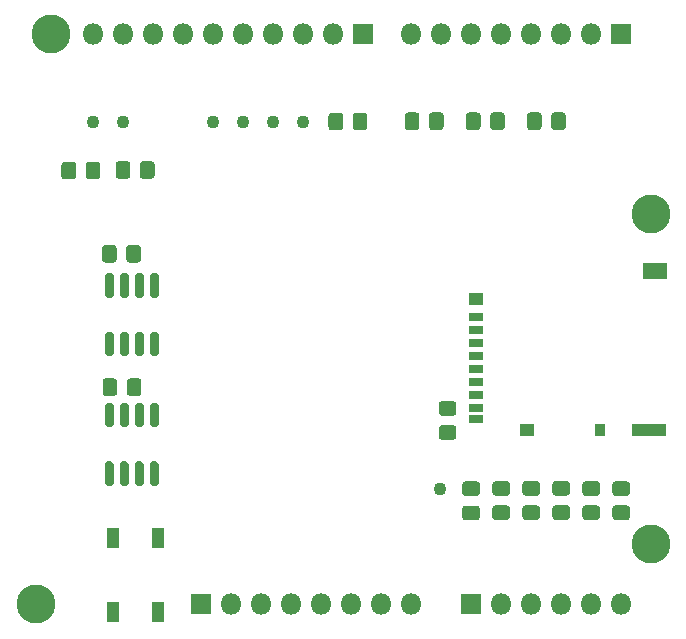
<source format=gbr>
%TF.GenerationSoftware,KiCad,Pcbnew,5.1.6-c6e7f7d~87~ubuntu19.10.1*%
%TF.CreationDate,2020-08-28T21:10:44+02:00*%
%TF.ProjectId,zephyr-ci-shield,7a657068-7972-42d6-9369-2d736869656c,1*%
%TF.SameCoordinates,Original*%
%TF.FileFunction,Soldermask,Top*%
%TF.FilePolarity,Negative*%
%FSLAX46Y46*%
G04 Gerber Fmt 4.6, Leading zero omitted, Abs format (unit mm)*
G04 Created by KiCad (PCBNEW 5.1.6-c6e7f7d~87~ubuntu19.10.1) date 2020-08-28 21:10:44*
%MOMM*%
%LPD*%
G01*
G04 APERTURE LIST*
%ADD10C,3.300000*%
%ADD11R,2.000000X1.400000*%
%ADD12R,2.900000X1.100000*%
%ADD13R,0.900000X1.100000*%
%ADD14R,1.300000X1.100000*%
%ADD15R,1.300000X0.800000*%
%ADD16O,1.800000X1.800000*%
%ADD17R,1.800000X1.800000*%
%ADD18C,1.100000*%
%ADD19R,1.100000X1.800000*%
G04 APERTURE END LIST*
D10*
%TO.C,H3*%
X165940000Y-88260000D03*
%TD*%
%TO.C,H2*%
X165940000Y-116200000D03*
%TD*%
%TO.C,H1*%
X113870000Y-121280000D03*
%TD*%
%TO.C,H4*%
X115140000Y-73020000D03*
%TD*%
D11*
%TO.C,J1*%
X166255000Y-93045000D03*
D12*
X165805000Y-106545000D03*
D13*
X161655000Y-106545000D03*
D14*
X155455000Y-106545000D03*
X151155000Y-95395000D03*
D15*
X151155000Y-103545000D03*
X151155000Y-102445000D03*
X151155000Y-101345000D03*
X151155000Y-100245000D03*
X151155000Y-99145000D03*
X151155000Y-98045000D03*
X151155000Y-96945000D03*
X151155000Y-104645000D03*
X151155000Y-105595000D03*
%TD*%
D16*
%TO.C,J4*%
X118700000Y-73030000D03*
X121240000Y-73030000D03*
X123780000Y-73030000D03*
X126320000Y-73030000D03*
X128860000Y-73030000D03*
X131400000Y-73030000D03*
X133940000Y-73030000D03*
X136480000Y-73030000D03*
X139020000Y-73030000D03*
D17*
X141560000Y-73030000D03*
%TD*%
D16*
%TO.C,J3*%
X163400000Y-121280000D03*
X160860000Y-121280000D03*
X158320000Y-121280000D03*
X155780000Y-121280000D03*
X153240000Y-121280000D03*
D17*
X150700000Y-121280000D03*
%TD*%
D16*
%TO.C,J2*%
X145620000Y-121270000D03*
X143080000Y-121270000D03*
X140540000Y-121270000D03*
X138000000Y-121270000D03*
X135460000Y-121270000D03*
X132920000Y-121270000D03*
X130380000Y-121270000D03*
D17*
X127840000Y-121270000D03*
%TD*%
D16*
%TO.C,J5*%
X145620000Y-73010000D03*
X148160000Y-73010000D03*
X150700000Y-73010000D03*
X153240000Y-73010000D03*
X155780000Y-73010000D03*
X158320000Y-73010000D03*
X160860000Y-73010000D03*
D17*
X163400000Y-73010000D03*
%TD*%
D18*
%TO.C,TP1*%
X148050000Y-111480000D03*
%TD*%
%TO.C,U2*%
G36*
G01*
X120280000Y-95310000D02*
X119930000Y-95310000D01*
G75*
G02*
X119755000Y-95135000I0J175000D01*
G01*
X119755000Y-93435000D01*
G75*
G02*
X119930000Y-93260000I175000J0D01*
G01*
X120280000Y-93260000D01*
G75*
G02*
X120455000Y-93435000I0J-175000D01*
G01*
X120455000Y-95135000D01*
G75*
G02*
X120280000Y-95310000I-175000J0D01*
G01*
G37*
G36*
G01*
X121550000Y-95310000D02*
X121200000Y-95310000D01*
G75*
G02*
X121025000Y-95135000I0J175000D01*
G01*
X121025000Y-93435000D01*
G75*
G02*
X121200000Y-93260000I175000J0D01*
G01*
X121550000Y-93260000D01*
G75*
G02*
X121725000Y-93435000I0J-175000D01*
G01*
X121725000Y-95135000D01*
G75*
G02*
X121550000Y-95310000I-175000J0D01*
G01*
G37*
G36*
G01*
X122820000Y-95310000D02*
X122470000Y-95310000D01*
G75*
G02*
X122295000Y-95135000I0J175000D01*
G01*
X122295000Y-93435000D01*
G75*
G02*
X122470000Y-93260000I175000J0D01*
G01*
X122820000Y-93260000D01*
G75*
G02*
X122995000Y-93435000I0J-175000D01*
G01*
X122995000Y-95135000D01*
G75*
G02*
X122820000Y-95310000I-175000J0D01*
G01*
G37*
G36*
G01*
X124090000Y-95310000D02*
X123740000Y-95310000D01*
G75*
G02*
X123565000Y-95135000I0J175000D01*
G01*
X123565000Y-93435000D01*
G75*
G02*
X123740000Y-93260000I175000J0D01*
G01*
X124090000Y-93260000D01*
G75*
G02*
X124265000Y-93435000I0J-175000D01*
G01*
X124265000Y-95135000D01*
G75*
G02*
X124090000Y-95310000I-175000J0D01*
G01*
G37*
G36*
G01*
X124090000Y-100260000D02*
X123740000Y-100260000D01*
G75*
G02*
X123565000Y-100085000I0J175000D01*
G01*
X123565000Y-98385000D01*
G75*
G02*
X123740000Y-98210000I175000J0D01*
G01*
X124090000Y-98210000D01*
G75*
G02*
X124265000Y-98385000I0J-175000D01*
G01*
X124265000Y-100085000D01*
G75*
G02*
X124090000Y-100260000I-175000J0D01*
G01*
G37*
G36*
G01*
X122820000Y-100260000D02*
X122470000Y-100260000D01*
G75*
G02*
X122295000Y-100085000I0J175000D01*
G01*
X122295000Y-98385000D01*
G75*
G02*
X122470000Y-98210000I175000J0D01*
G01*
X122820000Y-98210000D01*
G75*
G02*
X122995000Y-98385000I0J-175000D01*
G01*
X122995000Y-100085000D01*
G75*
G02*
X122820000Y-100260000I-175000J0D01*
G01*
G37*
G36*
G01*
X121550000Y-100260000D02*
X121200000Y-100260000D01*
G75*
G02*
X121025000Y-100085000I0J175000D01*
G01*
X121025000Y-98385000D01*
G75*
G02*
X121200000Y-98210000I175000J0D01*
G01*
X121550000Y-98210000D01*
G75*
G02*
X121725000Y-98385000I0J-175000D01*
G01*
X121725000Y-100085000D01*
G75*
G02*
X121550000Y-100260000I-175000J0D01*
G01*
G37*
G36*
G01*
X120280000Y-100260000D02*
X119930000Y-100260000D01*
G75*
G02*
X119755000Y-100085000I0J175000D01*
G01*
X119755000Y-98385000D01*
G75*
G02*
X119930000Y-98210000I175000J0D01*
G01*
X120280000Y-98210000D01*
G75*
G02*
X120455000Y-98385000I0J-175000D01*
G01*
X120455000Y-100085000D01*
G75*
G02*
X120280000Y-100260000I-175000J0D01*
G01*
G37*
%TD*%
%TO.C,U1*%
G36*
G01*
X120270000Y-106290000D02*
X119920000Y-106290000D01*
G75*
G02*
X119745000Y-106115000I0J175000D01*
G01*
X119745000Y-104415000D01*
G75*
G02*
X119920000Y-104240000I175000J0D01*
G01*
X120270000Y-104240000D01*
G75*
G02*
X120445000Y-104415000I0J-175000D01*
G01*
X120445000Y-106115000D01*
G75*
G02*
X120270000Y-106290000I-175000J0D01*
G01*
G37*
G36*
G01*
X121540000Y-106290000D02*
X121190000Y-106290000D01*
G75*
G02*
X121015000Y-106115000I0J175000D01*
G01*
X121015000Y-104415000D01*
G75*
G02*
X121190000Y-104240000I175000J0D01*
G01*
X121540000Y-104240000D01*
G75*
G02*
X121715000Y-104415000I0J-175000D01*
G01*
X121715000Y-106115000D01*
G75*
G02*
X121540000Y-106290000I-175000J0D01*
G01*
G37*
G36*
G01*
X122810000Y-106290000D02*
X122460000Y-106290000D01*
G75*
G02*
X122285000Y-106115000I0J175000D01*
G01*
X122285000Y-104415000D01*
G75*
G02*
X122460000Y-104240000I175000J0D01*
G01*
X122810000Y-104240000D01*
G75*
G02*
X122985000Y-104415000I0J-175000D01*
G01*
X122985000Y-106115000D01*
G75*
G02*
X122810000Y-106290000I-175000J0D01*
G01*
G37*
G36*
G01*
X124080000Y-106290000D02*
X123730000Y-106290000D01*
G75*
G02*
X123555000Y-106115000I0J175000D01*
G01*
X123555000Y-104415000D01*
G75*
G02*
X123730000Y-104240000I175000J0D01*
G01*
X124080000Y-104240000D01*
G75*
G02*
X124255000Y-104415000I0J-175000D01*
G01*
X124255000Y-106115000D01*
G75*
G02*
X124080000Y-106290000I-175000J0D01*
G01*
G37*
G36*
G01*
X124080000Y-111240000D02*
X123730000Y-111240000D01*
G75*
G02*
X123555000Y-111065000I0J175000D01*
G01*
X123555000Y-109365000D01*
G75*
G02*
X123730000Y-109190000I175000J0D01*
G01*
X124080000Y-109190000D01*
G75*
G02*
X124255000Y-109365000I0J-175000D01*
G01*
X124255000Y-111065000D01*
G75*
G02*
X124080000Y-111240000I-175000J0D01*
G01*
G37*
G36*
G01*
X122810000Y-111240000D02*
X122460000Y-111240000D01*
G75*
G02*
X122285000Y-111065000I0J175000D01*
G01*
X122285000Y-109365000D01*
G75*
G02*
X122460000Y-109190000I175000J0D01*
G01*
X122810000Y-109190000D01*
G75*
G02*
X122985000Y-109365000I0J-175000D01*
G01*
X122985000Y-111065000D01*
G75*
G02*
X122810000Y-111240000I-175000J0D01*
G01*
G37*
G36*
G01*
X121540000Y-111240000D02*
X121190000Y-111240000D01*
G75*
G02*
X121015000Y-111065000I0J175000D01*
G01*
X121015000Y-109365000D01*
G75*
G02*
X121190000Y-109190000I175000J0D01*
G01*
X121540000Y-109190000D01*
G75*
G02*
X121715000Y-109365000I0J-175000D01*
G01*
X121715000Y-111065000D01*
G75*
G02*
X121540000Y-111240000I-175000J0D01*
G01*
G37*
G36*
G01*
X120270000Y-111240000D02*
X119920000Y-111240000D01*
G75*
G02*
X119745000Y-111065000I0J175000D01*
G01*
X119745000Y-109365000D01*
G75*
G02*
X119920000Y-109190000I175000J0D01*
G01*
X120270000Y-109190000D01*
G75*
G02*
X120445000Y-109365000I0J-175000D01*
G01*
X120445000Y-111065000D01*
G75*
G02*
X120270000Y-111240000I-175000J0D01*
G01*
G37*
%TD*%
%TO.C,TP6*%
X121250000Y-80410000D03*
%TD*%
%TO.C,TP4*%
X118700000Y-80420000D03*
%TD*%
%TO.C,TP2*%
X128860000Y-80410000D03*
%TD*%
%TO.C,TP3*%
X131410000Y-80410000D03*
%TD*%
%TO.C,TP5*%
X133920000Y-80410000D03*
%TD*%
%TO.C,TP7*%
X136460000Y-80410000D03*
%TD*%
D19*
%TO.C,SW1*%
X120430000Y-121940000D03*
X120430000Y-115640000D03*
X124230000Y-121940000D03*
X124230000Y-115640000D03*
%TD*%
%TO.C,R12*%
G36*
G01*
X121870000Y-84041738D02*
X121870000Y-84998262D01*
G75*
G02*
X121598262Y-85270000I-271738J0D01*
G01*
X120891738Y-85270000D01*
G75*
G02*
X120620000Y-84998262I0J271738D01*
G01*
X120620000Y-84041738D01*
G75*
G02*
X120891738Y-83770000I271738J0D01*
G01*
X121598262Y-83770000D01*
G75*
G02*
X121870000Y-84041738I0J-271738D01*
G01*
G37*
G36*
G01*
X123920000Y-84041738D02*
X123920000Y-84998262D01*
G75*
G02*
X123648262Y-85270000I-271738J0D01*
G01*
X122941738Y-85270000D01*
G75*
G02*
X122670000Y-84998262I0J271738D01*
G01*
X122670000Y-84041738D01*
G75*
G02*
X122941738Y-83770000I271738J0D01*
G01*
X123648262Y-83770000D01*
G75*
G02*
X123920000Y-84041738I0J-271738D01*
G01*
G37*
%TD*%
%TO.C,R6*%
G36*
G01*
X162951738Y-112914000D02*
X163908262Y-112914000D01*
G75*
G02*
X164180000Y-113185738I0J-271738D01*
G01*
X164180000Y-113892262D01*
G75*
G02*
X163908262Y-114164000I-271738J0D01*
G01*
X162951738Y-114164000D01*
G75*
G02*
X162680000Y-113892262I0J271738D01*
G01*
X162680000Y-113185738D01*
G75*
G02*
X162951738Y-112914000I271738J0D01*
G01*
G37*
G36*
G01*
X162951738Y-110864000D02*
X163908262Y-110864000D01*
G75*
G02*
X164180000Y-111135738I0J-271738D01*
G01*
X164180000Y-111842262D01*
G75*
G02*
X163908262Y-112114000I-271738J0D01*
G01*
X162951738Y-112114000D01*
G75*
G02*
X162680000Y-111842262I0J271738D01*
G01*
X162680000Y-111135738D01*
G75*
G02*
X162951738Y-110864000I271738J0D01*
G01*
G37*
%TD*%
%TO.C,R5*%
G36*
G01*
X160409738Y-112908000D02*
X161366262Y-112908000D01*
G75*
G02*
X161638000Y-113179738I0J-271738D01*
G01*
X161638000Y-113886262D01*
G75*
G02*
X161366262Y-114158000I-271738J0D01*
G01*
X160409738Y-114158000D01*
G75*
G02*
X160138000Y-113886262I0J271738D01*
G01*
X160138000Y-113179738D01*
G75*
G02*
X160409738Y-112908000I271738J0D01*
G01*
G37*
G36*
G01*
X160409738Y-110858000D02*
X161366262Y-110858000D01*
G75*
G02*
X161638000Y-111129738I0J-271738D01*
G01*
X161638000Y-111836262D01*
G75*
G02*
X161366262Y-112108000I-271738J0D01*
G01*
X160409738Y-112108000D01*
G75*
G02*
X160138000Y-111836262I0J271738D01*
G01*
X160138000Y-111129738D01*
G75*
G02*
X160409738Y-110858000I271738J0D01*
G01*
G37*
%TD*%
%TO.C,R4*%
G36*
G01*
X157867738Y-112890000D02*
X158824262Y-112890000D01*
G75*
G02*
X159096000Y-113161738I0J-271738D01*
G01*
X159096000Y-113868262D01*
G75*
G02*
X158824262Y-114140000I-271738J0D01*
G01*
X157867738Y-114140000D01*
G75*
G02*
X157596000Y-113868262I0J271738D01*
G01*
X157596000Y-113161738D01*
G75*
G02*
X157867738Y-112890000I271738J0D01*
G01*
G37*
G36*
G01*
X157867738Y-110840000D02*
X158824262Y-110840000D01*
G75*
G02*
X159096000Y-111111738I0J-271738D01*
G01*
X159096000Y-111818262D01*
G75*
G02*
X158824262Y-112090000I-271738J0D01*
G01*
X157867738Y-112090000D01*
G75*
G02*
X157596000Y-111818262I0J271738D01*
G01*
X157596000Y-111111738D01*
G75*
G02*
X157867738Y-110840000I271738J0D01*
G01*
G37*
%TD*%
%TO.C,R3*%
G36*
G01*
X155325738Y-112896000D02*
X156282262Y-112896000D01*
G75*
G02*
X156554000Y-113167738I0J-271738D01*
G01*
X156554000Y-113874262D01*
G75*
G02*
X156282262Y-114146000I-271738J0D01*
G01*
X155325738Y-114146000D01*
G75*
G02*
X155054000Y-113874262I0J271738D01*
G01*
X155054000Y-113167738D01*
G75*
G02*
X155325738Y-112896000I271738J0D01*
G01*
G37*
G36*
G01*
X155325738Y-110846000D02*
X156282262Y-110846000D01*
G75*
G02*
X156554000Y-111117738I0J-271738D01*
G01*
X156554000Y-111824262D01*
G75*
G02*
X156282262Y-112096000I-271738J0D01*
G01*
X155325738Y-112096000D01*
G75*
G02*
X155054000Y-111824262I0J271738D01*
G01*
X155054000Y-111117738D01*
G75*
G02*
X155325738Y-110846000I271738J0D01*
G01*
G37*
%TD*%
%TO.C,R2*%
G36*
G01*
X152783738Y-112902000D02*
X153740262Y-112902000D01*
G75*
G02*
X154012000Y-113173738I0J-271738D01*
G01*
X154012000Y-113880262D01*
G75*
G02*
X153740262Y-114152000I-271738J0D01*
G01*
X152783738Y-114152000D01*
G75*
G02*
X152512000Y-113880262I0J271738D01*
G01*
X152512000Y-113173738D01*
G75*
G02*
X152783738Y-112902000I271738J0D01*
G01*
G37*
G36*
G01*
X152783738Y-110852000D02*
X153740262Y-110852000D01*
G75*
G02*
X154012000Y-111123738I0J-271738D01*
G01*
X154012000Y-111830262D01*
G75*
G02*
X153740262Y-112102000I-271738J0D01*
G01*
X152783738Y-112102000D01*
G75*
G02*
X152512000Y-111830262I0J271738D01*
G01*
X152512000Y-111123738D01*
G75*
G02*
X152783738Y-110852000I271738J0D01*
G01*
G37*
%TD*%
%TO.C,R1*%
G36*
G01*
X150241738Y-112920000D02*
X151198262Y-112920000D01*
G75*
G02*
X151470000Y-113191738I0J-271738D01*
G01*
X151470000Y-113898262D01*
G75*
G02*
X151198262Y-114170000I-271738J0D01*
G01*
X150241738Y-114170000D01*
G75*
G02*
X149970000Y-113898262I0J271738D01*
G01*
X149970000Y-113191738D01*
G75*
G02*
X150241738Y-112920000I271738J0D01*
G01*
G37*
G36*
G01*
X150241738Y-110870000D02*
X151198262Y-110870000D01*
G75*
G02*
X151470000Y-111141738I0J-271738D01*
G01*
X151470000Y-111848262D01*
G75*
G02*
X151198262Y-112120000I-271738J0D01*
G01*
X150241738Y-112120000D01*
G75*
G02*
X149970000Y-111848262I0J271738D01*
G01*
X149970000Y-111141738D01*
G75*
G02*
X150241738Y-110870000I271738J0D01*
G01*
G37*
%TD*%
%TO.C,R11*%
G36*
G01*
X118080000Y-85038262D02*
X118080000Y-84081738D01*
G75*
G02*
X118351738Y-83810000I271738J0D01*
G01*
X119058262Y-83810000D01*
G75*
G02*
X119330000Y-84081738I0J-271738D01*
G01*
X119330000Y-85038262D01*
G75*
G02*
X119058262Y-85310000I-271738J0D01*
G01*
X118351738Y-85310000D01*
G75*
G02*
X118080000Y-85038262I0J271738D01*
G01*
G37*
G36*
G01*
X116030000Y-85038262D02*
X116030000Y-84081738D01*
G75*
G02*
X116301738Y-83810000I271738J0D01*
G01*
X117008262Y-83810000D01*
G75*
G02*
X117280000Y-84081738I0J-271738D01*
G01*
X117280000Y-85038262D01*
G75*
G02*
X117008262Y-85310000I-271738J0D01*
G01*
X116301738Y-85310000D01*
G75*
G02*
X116030000Y-85038262I0J271738D01*
G01*
G37*
%TD*%
%TO.C,R7*%
G36*
G01*
X139890000Y-79931738D02*
X139890000Y-80888262D01*
G75*
G02*
X139618262Y-81160000I-271738J0D01*
G01*
X138911738Y-81160000D01*
G75*
G02*
X138640000Y-80888262I0J271738D01*
G01*
X138640000Y-79931738D01*
G75*
G02*
X138911738Y-79660000I271738J0D01*
G01*
X139618262Y-79660000D01*
G75*
G02*
X139890000Y-79931738I0J-271738D01*
G01*
G37*
G36*
G01*
X141940000Y-79931738D02*
X141940000Y-80888262D01*
G75*
G02*
X141668262Y-81160000I-271738J0D01*
G01*
X140961738Y-81160000D01*
G75*
G02*
X140690000Y-80888262I0J271738D01*
G01*
X140690000Y-79931738D01*
G75*
G02*
X140961738Y-79660000I271738J0D01*
G01*
X141668262Y-79660000D01*
G75*
G02*
X141940000Y-79931738I0J-271738D01*
G01*
G37*
%TD*%
%TO.C,R8*%
G36*
G01*
X146350000Y-79911738D02*
X146350000Y-80868262D01*
G75*
G02*
X146078262Y-81140000I-271738J0D01*
G01*
X145371738Y-81140000D01*
G75*
G02*
X145100000Y-80868262I0J271738D01*
G01*
X145100000Y-79911738D01*
G75*
G02*
X145371738Y-79640000I271738J0D01*
G01*
X146078262Y-79640000D01*
G75*
G02*
X146350000Y-79911738I0J-271738D01*
G01*
G37*
G36*
G01*
X148400000Y-79911738D02*
X148400000Y-80868262D01*
G75*
G02*
X148128262Y-81140000I-271738J0D01*
G01*
X147421738Y-81140000D01*
G75*
G02*
X147150000Y-80868262I0J271738D01*
G01*
X147150000Y-79911738D01*
G75*
G02*
X147421738Y-79640000I271738J0D01*
G01*
X148128262Y-79640000D01*
G75*
G02*
X148400000Y-79911738I0J-271738D01*
G01*
G37*
%TD*%
%TO.C,R9*%
G36*
G01*
X151525000Y-79911738D02*
X151525000Y-80868262D01*
G75*
G02*
X151253262Y-81140000I-271738J0D01*
G01*
X150546738Y-81140000D01*
G75*
G02*
X150275000Y-80868262I0J271738D01*
G01*
X150275000Y-79911738D01*
G75*
G02*
X150546738Y-79640000I271738J0D01*
G01*
X151253262Y-79640000D01*
G75*
G02*
X151525000Y-79911738I0J-271738D01*
G01*
G37*
G36*
G01*
X153575000Y-79911738D02*
X153575000Y-80868262D01*
G75*
G02*
X153303262Y-81140000I-271738J0D01*
G01*
X152596738Y-81140000D01*
G75*
G02*
X152325000Y-80868262I0J271738D01*
G01*
X152325000Y-79911738D01*
G75*
G02*
X152596738Y-79640000I271738J0D01*
G01*
X153303262Y-79640000D01*
G75*
G02*
X153575000Y-79911738I0J-271738D01*
G01*
G37*
%TD*%
%TO.C,R10*%
G36*
G01*
X156700000Y-79911738D02*
X156700000Y-80868262D01*
G75*
G02*
X156428262Y-81140000I-271738J0D01*
G01*
X155721738Y-81140000D01*
G75*
G02*
X155450000Y-80868262I0J271738D01*
G01*
X155450000Y-79911738D01*
G75*
G02*
X155721738Y-79640000I271738J0D01*
G01*
X156428262Y-79640000D01*
G75*
G02*
X156700000Y-79911738I0J-271738D01*
G01*
G37*
G36*
G01*
X158750000Y-79911738D02*
X158750000Y-80868262D01*
G75*
G02*
X158478262Y-81140000I-271738J0D01*
G01*
X157771738Y-81140000D01*
G75*
G02*
X157500000Y-80868262I0J271738D01*
G01*
X157500000Y-79911738D01*
G75*
G02*
X157771738Y-79640000I271738J0D01*
G01*
X158478262Y-79640000D01*
G75*
G02*
X158750000Y-79911738I0J-271738D01*
G01*
G37*
%TD*%
%TO.C,C1*%
G36*
G01*
X148251738Y-106120000D02*
X149208262Y-106120000D01*
G75*
G02*
X149480000Y-106391738I0J-271738D01*
G01*
X149480000Y-107098262D01*
G75*
G02*
X149208262Y-107370000I-271738J0D01*
G01*
X148251738Y-107370000D01*
G75*
G02*
X147980000Y-107098262I0J271738D01*
G01*
X147980000Y-106391738D01*
G75*
G02*
X148251738Y-106120000I271738J0D01*
G01*
G37*
G36*
G01*
X148251738Y-104070000D02*
X149208262Y-104070000D01*
G75*
G02*
X149480000Y-104341738I0J-271738D01*
G01*
X149480000Y-105048262D01*
G75*
G02*
X149208262Y-105320000I-271738J0D01*
G01*
X148251738Y-105320000D01*
G75*
G02*
X147980000Y-105048262I0J271738D01*
G01*
X147980000Y-104341738D01*
G75*
G02*
X148251738Y-104070000I271738J0D01*
G01*
G37*
%TD*%
%TO.C,C2*%
G36*
G01*
X120765000Y-102421738D02*
X120765000Y-103378262D01*
G75*
G02*
X120493262Y-103650000I-271738J0D01*
G01*
X119786738Y-103650000D01*
G75*
G02*
X119515000Y-103378262I0J271738D01*
G01*
X119515000Y-102421738D01*
G75*
G02*
X119786738Y-102150000I271738J0D01*
G01*
X120493262Y-102150000D01*
G75*
G02*
X120765000Y-102421738I0J-271738D01*
G01*
G37*
G36*
G01*
X122815000Y-102421738D02*
X122815000Y-103378262D01*
G75*
G02*
X122543262Y-103650000I-271738J0D01*
G01*
X121836738Y-103650000D01*
G75*
G02*
X121565000Y-103378262I0J271738D01*
G01*
X121565000Y-102421738D01*
G75*
G02*
X121836738Y-102150000I271738J0D01*
G01*
X122543262Y-102150000D01*
G75*
G02*
X122815000Y-102421738I0J-271738D01*
G01*
G37*
%TD*%
%TO.C,C3*%
G36*
G01*
X121520000Y-92088262D02*
X121520000Y-91131738D01*
G75*
G02*
X121791738Y-90860000I271738J0D01*
G01*
X122498262Y-90860000D01*
G75*
G02*
X122770000Y-91131738I0J-271738D01*
G01*
X122770000Y-92088262D01*
G75*
G02*
X122498262Y-92360000I-271738J0D01*
G01*
X121791738Y-92360000D01*
G75*
G02*
X121520000Y-92088262I0J271738D01*
G01*
G37*
G36*
G01*
X119470000Y-92088262D02*
X119470000Y-91131738D01*
G75*
G02*
X119741738Y-90860000I271738J0D01*
G01*
X120448262Y-90860000D01*
G75*
G02*
X120720000Y-91131738I0J-271738D01*
G01*
X120720000Y-92088262D01*
G75*
G02*
X120448262Y-92360000I-271738J0D01*
G01*
X119741738Y-92360000D01*
G75*
G02*
X119470000Y-92088262I0J271738D01*
G01*
G37*
%TD*%
M02*

</source>
